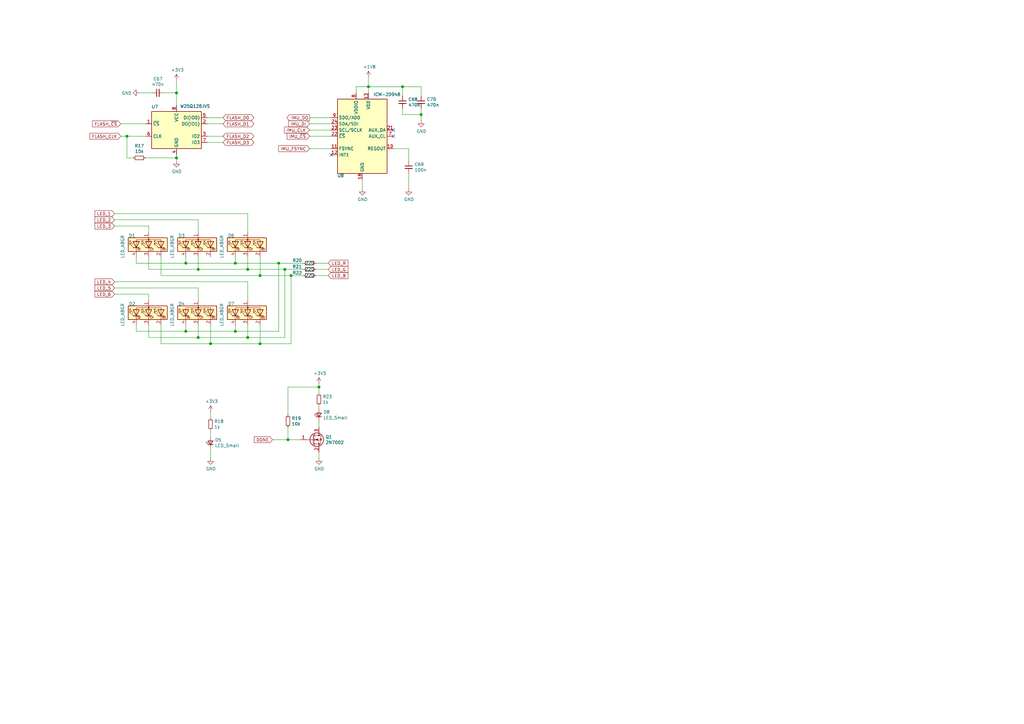
<source format=kicad_sch>
(kicad_sch (version 20210126) (generator eeschema)
  (paper "A3")
  (lib_symbols
    (symbol "Device:C_Small" (pin_numbers hide) (pin_names (offset 0.254) hide)
      (property "Reference" "C" (at 0.254 1.778 0))
      (property "Value" "C_Small" (at 0.254 -2.032 0))
      (symbol "C_Small_0_1"
        (polyline (pts (xy -1.524 -0.508) (xy 1.524 -0.508)) (stroke (width 0.3302)))
        (polyline (pts (xy -1.524 0.508) (xy 1.524 0.508)) (stroke (width 0.3048)))
      )
      (symbol "C_Small_1_1"
        (pin passive line (at 0 2.54 270) (length 2.032) (name "~") (number "1"))
        (pin passive line (at 0 -2.54 90) (length 2.032) (name "~") (number "2"))
      )
    )
    (symbol "Device:LED_ABGR" (pin_names (offset 0) hide)
      (property "Reference" "D" (at 0 9.398 0))
      (property "Value" "LED_ABGR" (at 0 -8.89 0))
      (symbol "LED_ABGR_0_0"
        (text "B" (at -1.905 -6.35 0) (effects (font (size 1.27 1.27))))
        (text "G" (at -1.905 -1.27 0) (effects (font (size 1.27 1.27))))
        (text "R" (at -1.905 3.81 0) (effects (font (size 1.27 1.27))))
      )
      (symbol "LED_ABGR_0_1"
        (circle (center 2.032 0) (radius 0.254) (fill (type outline)))
        (rectangle (start 1.27 -1.27) (end 1.27 1.27))
        (rectangle (start 1.27 1.27) (end 1.27 1.27))
        (rectangle (start 1.27 3.81) (end 1.27 6.35))
        (rectangle (start 1.27 6.35) (end 1.27 6.35))
        (rectangle (start 2.794 8.382) (end -2.794 -7.62) (stroke (width 0.254)) (fill (type background)))
        (polyline (pts (xy -1.27 -5.08) (xy -2.54 -5.08)))
        (polyline (pts (xy -1.27 -5.08) (xy 1.27 -5.08)))
        (polyline (pts (xy -1.27 -3.81) (xy -1.27 -6.35)) (stroke (width 0.254)))
        (polyline (pts (xy -1.27 0) (xy -2.54 0)))
        (polyline (pts (xy -1.27 1.27) (xy -1.27 -1.27)) (stroke (width 0.254)))
        (polyline (pts (xy -1.27 5.08) (xy -2.54 5.08)))
        (polyline (pts (xy -1.27 5.08) (xy 1.27 5.08)))
        (polyline (pts (xy -1.27 6.35) (xy -1.27 3.81)) (stroke (width 0.254)))
        (polyline (pts (xy 1.27 0) (xy -1.27 0)))
        (polyline (pts (xy 1.27 0) (xy 2.54 0)))
        (polyline (pts (xy -1.27 1.27) (xy -1.27 -1.27) (xy -1.27 -1.27)))
        (polyline (pts (xy -1.27 6.35) (xy -1.27 3.81) (xy -1.27 3.81)))
        (polyline (pts (xy 1.27 -5.08) (xy 2.032 -5.08) (xy 2.032 5.08) (xy 1.27 5.08)))
        (polyline (pts (xy 1.27 -3.81) (xy 1.27 -6.35) (xy -1.27 -5.08) (xy 1.27 -3.81)) (stroke (width 0.254)))
        (polyline (pts (xy 1.27 1.27) (xy 1.27 -1.27) (xy -1.27 0) (xy 1.27 1.27)) (stroke (width 0.254)))
        (polyline (pts (xy 1.27 6.35) (xy 1.27 3.81) (xy -1.27 5.08) (xy 1.27 6.35)) (stroke (width 0.254)))
        (polyline (pts (xy -1.016 -3.81) (xy 0.508 -2.286) (xy -0.254 -2.286) (xy 0.508 -2.286) (xy 0.508 -3.048)))
        (polyline (pts (xy -1.016 1.27) (xy 0.508 2.794) (xy -0.254 2.794) (xy 0.508 2.794) (xy 0.508 2.032)))
        (polyline (pts (xy -1.016 6.35) (xy 0.508 7.874) (xy -0.254 7.874) (xy 0.508 7.874) (xy 0.508 7.112)))
        (polyline (pts (xy 0 -3.81) (xy 1.524 -2.286) (xy 0.762 -2.286) (xy 1.524 -2.286) (xy 1.524 -3.048)))
        (polyline (pts (xy 0 1.27) (xy 1.524 2.794) (xy 0.762 2.794) (xy 1.524 2.794) (xy 1.524 2.032)))
        (polyline (pts (xy 0 6.35) (xy 1.524 7.874) (xy 0.762 7.874) (xy 1.524 7.874) (xy 1.524 7.112)))
      )
      (symbol "LED_ABGR_1_1"
        (pin passive line (at 5.08 0 180) (length 2.54) (name "A") (number "1"))
        (pin passive line (at -5.08 -5.08 0) (length 2.54) (name "BK") (number "2"))
        (pin passive line (at -5.08 0 0) (length 2.54) (name "GK") (number "3"))
        (pin passive line (at -5.08 5.08 0) (length 2.54) (name "RK") (number "4"))
      )
    )
    (symbol "Device:LED_Small" (pin_numbers hide) (pin_names (offset 0.254) hide)
      (property "Reference" "D" (at -1.27 3.175 0))
      (property "Value" "LED_Small" (at -4.445 -2.54 0))
      (symbol "LED_Small_0_1"
        (polyline (pts (xy -0.762 -1.016) (xy -0.762 1.016)) (stroke (width 0.254)))
        (polyline (pts (xy 1.016 0) (xy -0.762 0)))
        (polyline (pts (xy 0.762 -1.016) (xy -0.762 0) (xy 0.762 1.016) (xy 0.762 -1.016)) (stroke (width 0.254)))
        (polyline (pts (xy 0 0.762) (xy -0.508 1.27) (xy -0.254 1.27) (xy -0.508 1.27) (xy -0.508 1.016)))
        (polyline (pts (xy 0.508 1.27) (xy 0 1.778) (xy 0.254 1.778) (xy 0 1.778) (xy 0 1.524)))
      )
      (symbol "LED_Small_1_1"
        (pin passive line (at -2.54 0 0) (length 1.778) (name "K") (number "1"))
        (pin passive line (at 2.54 0 180) (length 1.778) (name "A") (number "2"))
      )
    )
    (symbol "Device:R_Small" (pin_numbers hide) (pin_names (offset 0.254) hide)
      (property "Reference" "R" (at 0.762 0.508 0))
      (property "Value" "R_Small" (at 0.762 -1.016 0))
      (symbol "R_Small_0_1"
        (rectangle (start -0.762 1.778) (end 0.762 -1.778) (stroke (width 0.2032)))
      )
      (symbol "R_Small_1_1"
        (pin passive line (at 0 2.54 270) (length 0.762) (name "~") (number "1"))
        (pin passive line (at 0 -2.54 90) (length 0.762) (name "~") (number "2"))
      )
    )
    (symbol "Memory_Flash:W25Q128JVS"
      (property "Reference" "U" (at -8.89 8.89 0))
      (property "Value" "W25Q128JVS" (at 7.62 8.89 0))
      (symbol "W25Q128JVS_0_1"
        (rectangle (start -10.16 7.62) (end 10.16 -7.62) (stroke (width 0.254)) (fill (type background)))
      )
      (symbol "W25Q128JVS_1_1"
        (pin input line (at -12.7 2.54 0) (length 2.54) (name "~CS") (number "1"))
        (pin bidirectional line (at 12.7 2.54 180) (length 2.54) (name "DO(IO1)") (number "2"))
        (pin bidirectional line (at 12.7 -2.54 180) (length 2.54) (name "IO2") (number "3"))
        (pin power_in line (at 0 -10.16 90) (length 2.54) (name "GND") (number "4"))
        (pin bidirectional line (at 12.7 5.08 180) (length 2.54) (name "DI(IO0)") (number "5"))
        (pin input line (at -12.7 -2.54 0) (length 2.54) (name "CLK") (number "6"))
        (pin bidirectional line (at 12.7 -5.08 180) (length 2.54) (name "IO3") (number "7"))
        (pin power_in line (at 0 10.16 270) (length 2.54) (name "VCC") (number "8"))
      )
    )
    (symbol "Sensor_Motion:ICM-20948"
      (property "Reference" "U" (at -11.43 16.51 0))
      (property "Value" "ICM-20948" (at 7.62 -16.51 0))
      (symbol "ICM-20948_0_1"
        (rectangle (start -10.16 15.24) (end 10.16 -15.24) (stroke (width 0.254)) (fill (type background)))
      )
      (symbol "ICM-20948_1_1"
        (pin no_connect line (at -10.16 12.7 0) (length 2.54) hide (name "NC") (number "1"))
        (pin passive line (at 12.7 -5.08 180) (length 2.54) (name "REGOUT") (number "10"))
        (pin input line (at -12.7 -5.08 0) (length 2.54) (name "FSYNC") (number "11"))
        (pin output line (at -12.7 -7.62 0) (length 2.54) (name "INT1") (number "12"))
        (pin power_in line (at 2.54 17.78 270) (length 2.54) (name "VDD") (number "13"))
        (pin no_connect line (at 10.16 7.62 180) (length 2.54) hide (name "NC") (number "14"))
        (pin no_connect line (at 10.16 5.08 180) (length 2.54) hide (name "NC") (number "15"))
        (pin no_connect line (at 10.16 -7.62 180) (length 2.54) hide (name "NC") (number "16"))
        (pin no_connect line (at 10.16 -10.16 180) (length 2.54) hide (name "NC") (number "17"))
        (pin power_in line (at 0 -17.78 90) (length 2.54) (name "GND") (number "18"))
        (pin no_connect line (at 10.16 -12.7 180) (length 2.54) hide (name "RESV") (number "19"))
        (pin no_connect line (at -10.16 10.16 0) (length 2.54) hide (name "NC") (number "2"))
        (pin passive line (at 0 -17.78 90) (length 2.54) hide (name "GND") (number "20"))
        (pin bidirectional line (at 12.7 2.54 180) (length 2.54) (name "AUX_DA") (number "21"))
        (pin input line (at -12.7 0 0) (length 2.54) (name "~CS") (number "22"))
        (pin input line (at -12.7 2.54 0) (length 2.54) (name "SCL/SCLK") (number "23"))
        (pin bidirectional line (at -12.7 5.08 0) (length 2.54) (name "SDA/SDI") (number "24"))
        (pin no_connect line (at -10.16 -2.54 0) (length 2.54) hide (name "NC") (number "3"))
        (pin no_connect line (at -10.16 -10.16 0) (length 2.54) hide (name "NC") (number "4"))
        (pin no_connect line (at -10.16 -12.7 0) (length 2.54) hide (name "NC") (number "5"))
        (pin no_connect line (at 10.16 10.16 180) (length 2.54) hide (name "NC") (number "6"))
        (pin output line (at 12.7 0 180) (length 2.54) (name "AUX_CL") (number "7"))
        (pin power_in line (at -2.54 17.78 270) (length 2.54) (name "VDDIO") (number "8"))
        (pin bidirectional line (at -12.7 7.62 0) (length 2.54) (name "SDO/AD0") (number "9"))
      )
    )
    (symbol "Transistor_FET:2N7002" (pin_names hide)
      (property "Reference" "Q" (at 5.08 1.905 0))
      (property "Value" "2N7002" (at 5.08 0 0))
      (symbol "2N7002_0_1"
        (circle (center 1.651 0) (radius 2.794) (stroke (width 0.254)))
        (circle (center 2.54 -1.778) (radius 0.254) (fill (type outline)))
        (circle (center 2.54 1.778) (radius 0.254) (fill (type outline)))
        (polyline (pts (xy 0.254 0) (xy -2.54 0)))
        (polyline (pts (xy 0.254 1.905) (xy 0.254 -1.905)) (stroke (width 0.254)))
        (polyline (pts (xy 0.762 -1.27) (xy 0.762 -2.286)) (stroke (width 0.254)))
        (polyline (pts (xy 0.762 0.508) (xy 0.762 -0.508)) (stroke (width 0.254)))
        (polyline (pts (xy 0.762 2.286) (xy 0.762 1.27)) (stroke (width 0.254)))
        (polyline (pts (xy 2.54 2.54) (xy 2.54 1.778)))
        (polyline (pts (xy 2.54 -2.54) (xy 2.54 0) (xy 0.762 0)))
        (polyline (pts (xy 0.762 -1.778) (xy 3.302 -1.778) (xy 3.302 1.778) (xy 0.762 1.778)))
        (polyline (pts (xy 1.016 0) (xy 2.032 0.381) (xy 2.032 -0.381) (xy 1.016 0)) (fill (type outline)))
        (polyline (pts (xy 2.794 0.508) (xy 2.921 0.381) (xy 3.683 0.381) (xy 3.81 0.254)))
        (polyline (pts (xy 3.302 0.381) (xy 2.921 -0.254) (xy 3.683 -0.254) (xy 3.302 0.381)))
      )
      (symbol "2N7002_1_1"
        (pin input line (at -5.08 0 0) (length 2.54) (name "G") (number "1"))
        (pin passive line (at 2.54 -5.08 90) (length 2.54) (name "S") (number "2"))
        (pin passive line (at 2.54 5.08 270) (length 2.54) (name "D") (number "3"))
      )
    )
    (symbol "power:+1V8" (power) (pin_names (offset 0))
      (property "Value" "+1V8" (at 0 3.556 0))
      (symbol "+1V8_0_1"
        (polyline (pts (xy -0.762 1.27) (xy 0 2.54)))
        (polyline (pts (xy 0 0) (xy 0 2.54)))
        (polyline (pts (xy 0 2.54) (xy 0.762 1.27)))
      )
      (symbol "+1V8_1_1"
        (pin power_in line (at 0 0 90) (length 0) hide (name "+1V8") (number "1"))
      )
    )
    (symbol "power:+3V3" (power) (pin_names (offset 0))
      (property "Value" "+3V3" (at 0 3.556 0))
      (symbol "+3V3_0_1"
        (polyline (pts (xy -0.762 1.27) (xy 0 2.54)))
        (polyline (pts (xy 0 0) (xy 0 2.54)))
        (polyline (pts (xy 0 2.54) (xy 0.762 1.27)))
      )
      (symbol "+3V3_1_1"
        (pin power_in line (at 0 0 90) (length 0) hide (name "+3V3") (number "1"))
      )
    )
    (symbol "power:GND" (power) (pin_names (offset 0))
      (property "Value" "GND" (at 0 -3.81 0))
      (symbol "GND_0_1"
        (polyline (pts (xy 0 0) (xy 0 -1.27) (xy 1.27 -1.27) (xy 0 -2.54) (xy -1.27 -1.27) (xy 0 -1.27)))
      )
      (symbol "GND_1_1"
        (pin power_in line (at 0 0 270) (length 0) hide (name "GND") (number "1"))
      )
    )
  )
  (junction (at 52.07 55.88) (diameter 1.016))
  (junction (at 72.39 38.1) (diameter 1.016))
  (junction (at 72.39 64.77) (diameter 1.016))
  (junction (at 76.2 107.95) (diameter 1.016))
  (junction (at 76.2 135.89) (diameter 1.016))
  (junction (at 81.28 110.49) (diameter 1.016))
  (junction (at 81.28 138.43) (diameter 1.016))
  (junction (at 86.36 140.97) (diameter 1.016))
  (junction (at 96.52 107.95) (diameter 1.016))
  (junction (at 96.52 135.89) (diameter 1.016))
  (junction (at 101.6 110.49) (diameter 1.016))
  (junction (at 101.6 138.43) (diameter 1.016))
  (junction (at 106.68 113.03) (diameter 1.016))
  (junction (at 106.68 140.97) (diameter 1.016))
  (junction (at 114.3 107.95) (diameter 1.016))
  (junction (at 116.84 110.49) (diameter 1.016))
  (junction (at 118.11 180.34) (diameter 1.016))
  (junction (at 119.38 113.03) (diameter 1.016))
  (junction (at 130.81 158.75) (diameter 1.016))
  (junction (at 151.13 35.56) (diameter 1.016))
  (junction (at 165.1 35.56) (diameter 1.016))
  (junction (at 172.72 46.99) (diameter 1.016))
  (no_connect (at 135.89 63.5))
  (no_connect (at 161.29 53.34))
  (no_connect (at 161.29 55.88))
  (wire (pts (xy 46.99 87.63) (xy 101.6 87.63)))
  (wire (pts (xy 46.99 115.57) (xy 101.6 115.57)))
  (wire (pts (xy 49.53 50.8) (xy 59.69 50.8)))
  (wire (pts (xy 49.53 55.88) (xy 52.07 55.88)))
  (wire (pts (xy 52.07 55.88) (xy 52.07 64.77)))
  (wire (pts (xy 52.07 55.88) (xy 59.69 55.88)))
  (wire (pts (xy 52.07 64.77) (xy 54.61 64.77)))
  (wire (pts (xy 55.88 105.41) (xy 55.88 107.95)))
  (wire (pts (xy 55.88 107.95) (xy 76.2 107.95)))
  (wire (pts (xy 55.88 135.89) (xy 55.88 133.35)))
  (wire (pts (xy 57.15 38.1) (xy 62.23 38.1)))
  (wire (pts (xy 59.69 64.77) (xy 72.39 64.77)))
  (wire (pts (xy 60.96 92.71) (xy 46.99 92.71)))
  (wire (pts (xy 60.96 95.25) (xy 60.96 92.71)))
  (wire (pts (xy 60.96 105.41) (xy 60.96 110.49)))
  (wire (pts (xy 60.96 110.49) (xy 81.28 110.49)))
  (wire (pts (xy 60.96 120.65) (xy 46.99 120.65)))
  (wire (pts (xy 60.96 123.19) (xy 60.96 120.65)))
  (wire (pts (xy 60.96 133.35) (xy 60.96 138.43)))
  (wire (pts (xy 60.96 138.43) (xy 81.28 138.43)))
  (wire (pts (xy 66.04 105.41) (xy 66.04 113.03)))
  (wire (pts (xy 66.04 113.03) (xy 106.68 113.03)))
  (wire (pts (xy 66.04 133.35) (xy 66.04 140.97)))
  (wire (pts (xy 66.04 140.97) (xy 86.36 140.97)))
  (wire (pts (xy 67.31 38.1) (xy 72.39 38.1)))
  (wire (pts (xy 72.39 33.02) (xy 72.39 38.1)))
  (wire (pts (xy 72.39 38.1) (xy 72.39 43.18)))
  (wire (pts (xy 72.39 63.5) (xy 72.39 64.77)))
  (wire (pts (xy 72.39 64.77) (xy 72.39 66.04)))
  (wire (pts (xy 76.2 107.95) (xy 76.2 105.41)))
  (wire (pts (xy 76.2 107.95) (xy 96.52 107.95)))
  (wire (pts (xy 76.2 133.35) (xy 76.2 135.89)))
  (wire (pts (xy 76.2 135.89) (xy 55.88 135.89)))
  (wire (pts (xy 81.28 90.17) (xy 46.99 90.17)))
  (wire (pts (xy 81.28 95.25) (xy 81.28 90.17)))
  (wire (pts (xy 81.28 110.49) (xy 81.28 105.41)))
  (wire (pts (xy 81.28 110.49) (xy 101.6 110.49)))
  (wire (pts (xy 81.28 118.11) (xy 46.99 118.11)))
  (wire (pts (xy 81.28 123.19) (xy 81.28 118.11)))
  (wire (pts (xy 81.28 133.35) (xy 81.28 138.43)))
  (wire (pts (xy 81.28 138.43) (xy 101.6 138.43)))
  (wire (pts (xy 85.09 48.26) (xy 91.44 48.26)))
  (wire (pts (xy 85.09 50.8) (xy 91.44 50.8)))
  (wire (pts (xy 85.09 55.88) (xy 91.44 55.88)))
  (wire (pts (xy 85.09 58.42) (xy 91.44 58.42)))
  (wire (pts (xy 86.36 133.35) (xy 86.36 140.97)))
  (wire (pts (xy 86.36 140.97) (xy 106.68 140.97)))
  (wire (pts (xy 86.36 168.91) (xy 86.36 171.45)))
  (wire (pts (xy 86.36 176.53) (xy 86.36 179.07)))
  (wire (pts (xy 86.36 184.15) (xy 86.36 187.96)))
  (wire (pts (xy 96.52 107.95) (xy 96.52 105.41)))
  (wire (pts (xy 96.52 107.95) (xy 114.3 107.95)))
  (wire (pts (xy 96.52 133.35) (xy 96.52 135.89)))
  (wire (pts (xy 96.52 135.89) (xy 76.2 135.89)))
  (wire (pts (xy 101.6 87.63) (xy 101.6 95.25)))
  (wire (pts (xy 101.6 105.41) (xy 101.6 110.49)))
  (wire (pts (xy 101.6 115.57) (xy 101.6 123.19)))
  (wire (pts (xy 101.6 133.35) (xy 101.6 138.43)))
  (wire (pts (xy 101.6 138.43) (xy 116.84 138.43)))
  (wire (pts (xy 106.68 113.03) (xy 106.68 105.41)))
  (wire (pts (xy 106.68 113.03) (xy 119.38 113.03)))
  (wire (pts (xy 106.68 133.35) (xy 106.68 140.97)))
  (wire (pts (xy 106.68 140.97) (xy 119.38 140.97)))
  (wire (pts (xy 111.76 180.34) (xy 118.11 180.34)))
  (wire (pts (xy 114.3 107.95) (xy 114.3 135.89)))
  (wire (pts (xy 114.3 107.95) (xy 124.46 107.95)))
  (wire (pts (xy 114.3 135.89) (xy 96.52 135.89)))
  (wire (pts (xy 116.84 110.49) (xy 101.6 110.49)))
  (wire (pts (xy 116.84 110.49) (xy 124.46 110.49)))
  (wire (pts (xy 116.84 138.43) (xy 116.84 110.49)))
  (wire (pts (xy 118.11 158.75) (xy 118.11 170.18)))
  (wire (pts (xy 118.11 175.26) (xy 118.11 180.34)))
  (wire (pts (xy 118.11 180.34) (xy 123.19 180.34)))
  (wire (pts (xy 119.38 113.03) (xy 124.46 113.03)))
  (wire (pts (xy 119.38 140.97) (xy 119.38 113.03)))
  (wire (pts (xy 127 48.26) (xy 135.89 48.26)))
  (wire (pts (xy 127 50.8) (xy 135.89 50.8)))
  (wire (pts (xy 127 53.34) (xy 135.89 53.34)))
  (wire (pts (xy 127 55.88) (xy 135.89 55.88)))
  (wire (pts (xy 127 60.96) (xy 135.89 60.96)))
  (wire (pts (xy 129.54 107.95) (xy 134.62 107.95)))
  (wire (pts (xy 129.54 110.49) (xy 134.62 110.49)))
  (wire (pts (xy 129.54 113.03) (xy 134.62 113.03)))
  (wire (pts (xy 130.81 157.48) (xy 130.81 158.75)))
  (wire (pts (xy 130.81 158.75) (xy 118.11 158.75)))
  (wire (pts (xy 130.81 158.75) (xy 130.81 161.29)))
  (wire (pts (xy 130.81 166.37) (xy 130.81 167.64)))
  (wire (pts (xy 130.81 172.72) (xy 130.81 175.26)))
  (wire (pts (xy 130.81 185.42) (xy 130.81 187.96)))
  (wire (pts (xy 146.05 35.56) (xy 146.05 38.1)))
  (wire (pts (xy 148.59 73.66) (xy 148.59 77.47)))
  (wire (pts (xy 151.13 31.75) (xy 151.13 35.56)))
  (wire (pts (xy 151.13 35.56) (xy 146.05 35.56)))
  (wire (pts (xy 151.13 35.56) (xy 151.13 38.1)))
  (wire (pts (xy 151.13 35.56) (xy 165.1 35.56)))
  (wire (pts (xy 161.29 60.96) (xy 167.64 60.96)))
  (wire (pts (xy 165.1 35.56) (xy 165.1 39.37)))
  (wire (pts (xy 165.1 44.45) (xy 165.1 46.99)))
  (wire (pts (xy 165.1 46.99) (xy 172.72 46.99)))
  (wire (pts (xy 167.64 60.96) (xy 167.64 66.04)))
  (wire (pts (xy 167.64 71.12) (xy 167.64 77.47)))
  (wire (pts (xy 172.72 35.56) (xy 165.1 35.56)))
  (wire (pts (xy 172.72 35.56) (xy 172.72 39.37)))
  (wire (pts (xy 172.72 44.45) (xy 172.72 46.99)))
  (wire (pts (xy 172.72 46.99) (xy 172.72 49.53)))
  (global_label "LED_1" (shape input) (at 46.99 87.63 180) (property "Intersheet References" "${INTERSHEET_REFS}" (effects hide)))
  (global_label "LED_2" (shape input) (at 46.99 90.17 180) (property "Intersheet References" "${INTERSHEET_REFS}" (effects hide)))
  (global_label "LED_3" (shape input) (at 46.99 92.71 180) (property "Intersheet References" "${INTERSHEET_REFS}" (effects hide)))
  (global_label "LED_4" (shape input) (at 46.99 115.57 180) (property "Intersheet References" "${INTERSHEET_REFS}" (effects hide)))
  (global_label "LED_5" (shape input) (at 46.99 118.11 180) (property "Intersheet References" "${INTERSHEET_REFS}" (effects hide)))
  (global_label "LED_6" (shape input) (at 46.99 120.65 180) (property "Intersheet References" "${INTERSHEET_REFS}" (effects hide)))
  (global_label "FLASH_~CS" (shape input) (at 49.53 50.8 180) (property "Intersheet References" "${INTERSHEET_REFS}" (effects hide)))
  (global_label "FLASH_CLK" (shape input) (at 49.53 55.88 180) (property "Intersheet References" "${INTERSHEET_REFS}" (effects hide)))
  (global_label "FLASH_D0" (shape bidirectional) (at 91.44 48.26 0) (property "Intersheet References" "${INTERSHEET_REFS}" (effects hide)))
  (global_label "FLASH_D1" (shape bidirectional) (at 91.44 50.8 0) (property "Intersheet References" "${INTERSHEET_REFS}" (effects hide)))
  (global_label "FLASH_D2" (shape bidirectional) (at 91.44 55.88 0) (property "Intersheet References" "${INTERSHEET_REFS}" (effects hide)))
  (global_label "FLASH_D3" (shape bidirectional) (at 91.44 58.42 0) (property "Intersheet References" "${INTERSHEET_REFS}" (effects hide)))
  (global_label "DONE" (shape input) (at 111.76 180.34 180) (property "Intersheet References" "${INTERSHEET_REFS}" (effects hide)))
  (global_label "IMU_DO" (shape output) (at 127 48.26 180) (property "Intersheet References" "${INTERSHEET_REFS}" (effects hide)))
  (global_label "IMU_DI" (shape input) (at 127 50.8 180) (property "Intersheet References" "${INTERSHEET_REFS}" (effects hide)))
  (global_label "IMU_CLK" (shape input) (at 127 53.34 180) (property "Intersheet References" "${INTERSHEET_REFS}" (effects hide)))
  (global_label "IMU_~CS" (shape input) (at 127 55.88 180) (property "Intersheet References" "${INTERSHEET_REFS}" (effects hide)))
  (global_label "IMU_FSYNC" (shape input) (at 127 60.96 180) (property "Intersheet References" "${INTERSHEET_REFS}" (effects hide)))
  (global_label "LED_R" (shape input) (at 134.62 107.95 0) (property "Intersheet References" "${INTERSHEET_REFS}" (effects hide)))
  (global_label "LED_G" (shape input) (at 134.62 110.49 0) (property "Intersheet References" "${INTERSHEET_REFS}" (effects hide)))
  (global_label "LED_B" (shape input) (at 134.62 113.03 0) (property "Intersheet References" "${INTERSHEET_REFS}" (effects hide)))
  (symbol (lib_id "power:+3V3") (at 72.39 33.02 0) (unit 1)
    (property "Reference" "#PWR070" (effects hide))
    (property "Value" "+3V3" (at 72.7583 28.6956 0))
  )
  (symbol (lib_id "power:+3V3") (at 86.36 168.91 0) (unit 1)
    (property "Reference" "#PWR072" (effects hide))
    (property "Value" "+3V3" (at 86.7283 164.5856 0))
  )
  (symbol (lib_id "power:+3V3") (at 130.81 157.48 0) (unit 1)
    (property "Reference" "#PWR074" (effects hide))
    (property "Value" "+3V3" (at 131.1783 153.1556 0))
  )
  (symbol (lib_id "power:+1V8") (at 151.13 31.75 0) (unit 1)
    (property "Reference" "#PWR077" (effects hide))
    (property "Value" "+1V8" (at 151.4983 27.4256 0))
  )
  (symbol (lib_id "power:GND") (at 57.15 38.1 270) (unit 1)
    (property "Reference" "#PWR069" (effects hide))
    (property "Value" "GND" (at 53.975 38.2143 90) (effects (justify right)))
  )
  (symbol (lib_id "power:GND") (at 72.39 66.04 0) (unit 1)
    (property "Reference" "#PWR071" (effects hide))
    (property "Value" "GND" (at 72.5043 70.3644 0))
  )
  (symbol (lib_id "power:GND") (at 86.36 187.96 0) (unit 1)
    (property "Reference" "#PWR073" (effects hide))
    (property "Value" "GND" (at 86.4743 192.2844 0))
  )
  (symbol (lib_id "power:GND") (at 130.81 187.96 0) (unit 1)
    (property "Reference" "#PWR075" (effects hide))
    (property "Value" "GND" (at 130.9243 192.2844 0))
  )
  (symbol (lib_id "power:GND") (at 148.59 77.47 0) (unit 1)
    (property "Reference" "#PWR076" (effects hide))
    (property "Value" "GND" (at 148.7043 81.7944 0))
  )
  (symbol (lib_id "power:GND") (at 167.64 77.47 0) (unit 1)
    (property "Reference" "#PWR078" (effects hide))
    (property "Value" "GND" (at 167.7543 81.7944 0))
  )
  (symbol (lib_id "power:GND") (at 172.72 49.53 0) (unit 1)
    (property "Reference" "#PWR079" (effects hide))
    (property "Value" "GND" (at 172.8343 53.8544 0))
  )
  (symbol (lib_id "Device:R_Small") (at 57.15 64.77 90) (unit 1)
    (property "Reference" "R17" (at 57.15 59.8232 90))
    (property "Value" "10k" (at 57.15 62.122 90))
    (property "Footprint" "Resistor_SMD:R_0402_1005Metric" (effects hide))
  )
  (symbol (lib_id "Device:R_Small") (at 86.36 173.99 0) (unit 1)
    (property "Reference" "R18" (at 87.8587 172.8406 0) (effects (justify left)))
    (property "Value" "1k" (at 87.859 175.139 0) (effects (justify left)))
    (property "Footprint" "Resistor_SMD:R_0402_1005Metric" (effects hide))
  )
  (symbol (lib_id "Device:R_Small") (at 118.11 172.72 0) (unit 1)
    (property "Reference" "R19" (at 119.6087 171.5706 0) (effects (justify left)))
    (property "Value" "10k" (at 119.609 173.869 0) (effects (justify left)))
    (property "Footprint" "Resistor_SMD:R_0402_1005Metric" (effects hide))
  )
  (symbol (lib_id "Device:R_Small") (at 127 107.95 90) (unit 1)
    (property "Reference" "R20" (at 121.92 106.8132 90))
    (property "Value" "220" (at 127 107.842 90))
    (property "Footprint" "Resistor_SMD:R_0402_1005Metric" (effects hide))
  )
  (symbol (lib_id "Device:R_Small") (at 127 110.49 90) (unit 1)
    (property "Reference" "R21" (at 121.92 109.3532 90))
    (property "Value" "220" (at 127 110.382 90))
    (property "Footprint" "Resistor_SMD:R_0402_1005Metric" (effects hide))
  )
  (symbol (lib_id "Device:R_Small") (at 127 113.03 90) (unit 1)
    (property "Reference" "R22" (at 121.92 111.8932 90))
    (property "Value" "220" (at 127 112.922 90))
    (property "Footprint" "Resistor_SMD:R_0402_1005Metric" (effects hide))
  )
  (symbol (lib_id "Device:R_Small") (at 130.81 163.83 0) (unit 1)
    (property "Reference" "R23" (at 132.3087 162.6806 0) (effects (justify left)))
    (property "Value" "1k" (at 132.309 164.979 0) (effects (justify left)))
    (property "Footprint" "Resistor_SMD:R_0402_1005Metric" (effects hide))
  )
  (symbol (lib_id "Device:LED_Small") (at 86.36 181.61 90) (unit 1)
    (property "Reference" "D5" (at 88.1381 180.4606 90) (effects (justify right)))
    (property "Value" "LED_Small" (at 88.1381 182.7593 90) (effects (justify right)))
    (property "Footprint" "LED_SMD:LED_0805_2012Metric" (effects hide))
  )
  (symbol (lib_id "Device:LED_Small") (at 130.81 170.18 90) (unit 1)
    (property "Reference" "D8" (at 132.5881 169.0306 90) (effects (justify right)))
    (property "Value" "LED_Small" (at 132.5881 171.3293 90) (effects (justify right)))
    (property "Footprint" "LED_SMD:LED_0805_2012Metric" (effects hide))
  )
  (symbol (lib_id "Device:C_Small") (at 64.77 38.1 90) (unit 1)
    (property "Reference" "C67" (at 64.77 32.3277 90))
    (property "Value" "470n" (at 64.77 34.626 90))
    (property "Footprint" "Capacitor_SMD:C_0402_1005Metric" (effects hide))
  )
  (symbol (lib_id "Device:C_Small") (at 165.1 41.91 0) (unit 1)
    (property "Reference" "C68" (at 167.4242 40.7606 0) (effects (justify left)))
    (property "Value" "470n" (at 167.424 43.059 0) (effects (justify left)))
    (property "Footprint" "Capacitor_SMD:C_0402_1005Metric" (effects hide))
  )
  (symbol (lib_id "Device:C_Small") (at 167.64 68.58 0) (unit 1)
    (property "Reference" "C69" (at 169.9642 67.4306 0) (effects (justify left)))
    (property "Value" "100n" (at 169.964 69.729 0) (effects (justify left)))
    (property "Footprint" "Capacitor_SMD:C_0402_1005Metric" (effects hide))
  )
  (symbol (lib_id "Device:C_Small") (at 172.72 41.91 0) (unit 1)
    (property "Reference" "C70" (at 175.0442 40.7606 0) (effects (justify left)))
    (property "Value" "470n" (at 175.044 43.059 0) (effects (justify left)))
    (property "Footprint" "Capacitor_SMD:C_0402_1005Metric" (effects hide))
  )
  (symbol (lib_id "Transistor_FET:2N7002") (at 128.27 180.34 0) (unit 1)
    (property "Reference" "Q1" (at 133.4771 179.1906 0) (effects (justify left)))
    (property "Value" "2N7002" (at 133.4771 181.4893 0) (effects (justify left)))
    (property "Footprint" "Package_TO_SOT_SMD:SOT-23" (effects hide))
    (property "Datasheet" "https://www.onsemi.com/pub/Collateral/NDS7002A-D.PDF" (effects hide))
  )
  (symbol (lib_id "Device:LED_ABGR") (at 60.96 100.33 90) (unit 1)
    (property "Reference" "D1" (at 52.8321 96.6406 90) (effects (justify right)))
    (property "Value" "LED_ABGR" (at 50.2921 96.3993 0) (effects (justify right)))
    (property "Footprint" "LED_SMD:LED_Cree-PLCC4_2x2mm_CW" (effects hide))
  )
  (symbol (lib_id "Device:LED_ABGR") (at 60.96 128.27 90) (unit 1)
    (property "Reference" "D2" (at 52.8321 124.5806 90) (effects (justify right)))
    (property "Value" "LED_ABGR" (at 50.2921 124.3393 0) (effects (justify right)))
    (property "Footprint" "LED_SMD:LED_Cree-PLCC4_2x2mm_CW" (effects hide))
  )
  (symbol (lib_id "Device:LED_ABGR") (at 81.28 100.33 90) (unit 1)
    (property "Reference" "D3" (at 73.1521 96.6406 90) (effects (justify right)))
    (property "Value" "LED_ABGR" (at 70.6121 96.3993 0) (effects (justify right)))
    (property "Footprint" "LED_SMD:LED_Cree-PLCC4_2x2mm_CW" (effects hide))
  )
  (symbol (lib_id "Device:LED_ABGR") (at 81.28 128.27 90) (unit 1)
    (property "Reference" "D4" (at 73.1521 124.5806 90) (effects (justify right)))
    (property "Value" "LED_ABGR" (at 70.6121 124.3393 0) (effects (justify right)))
    (property "Footprint" "LED_SMD:LED_Cree-PLCC4_2x2mm_CW" (effects hide))
  )
  (symbol (lib_id "Device:LED_ABGR") (at 101.6 100.33 90) (unit 1)
    (property "Reference" "D6" (at 93.4721 96.6406 90) (effects (justify right)))
    (property "Value" "LED_ABGR" (at 90.9321 96.3993 0) (effects (justify right)))
    (property "Footprint" "LED_SMD:LED_Cree-PLCC4_2x2mm_CW" (effects hide))
  )
  (symbol (lib_id "Device:LED_ABGR") (at 101.6 128.27 90) (unit 1)
    (property "Reference" "D7" (at 93.4721 124.5806 90) (effects (justify right)))
    (property "Value" "LED_ABGR" (at 90.9321 124.3393 0) (effects (justify right)))
    (property "Footprint" "LED_SMD:LED_Cree-PLCC4_2x2mm_CW" (effects hide))
  )
  (symbol (lib_id "Memory_Flash:W25Q128JVS") (at 72.39 53.34 0) (unit 1)
    (property "Reference" "U7" (at 63.5 43.7958 0))
    (property "Value" "W25Q128JVS" (at 80.01 43.5545 0))
    (property "Footprint" "Package_SO:SOIC-8_5.23x5.23mm_P1.27mm" (effects hide))
    (property "Datasheet" "http://www.winbond.com/resource-files/w25q128jv_dtr%20revc%2003272018%20plus.pdf" (effects hide))
  )
  (symbol (lib_id "Sensor_Motion:ICM-20948") (at 148.59 55.88 0) (unit 1)
    (property "Reference" "U8" (at 139.7 72.0154 0))
    (property "Value" "ICM-20948" (at 158.75 38.7541 0))
    (property "Footprint" "Sensor_Motion:InvenSense_QFN-24_3x3mm_P0.4mm" (effects hide))
    (property "Datasheet" "http://www.invensense.com/wp-content/uploads/2016/06/DS-000189-ICM-20948-v1.3.pdf" (effects hide))
  )
)
</source>
